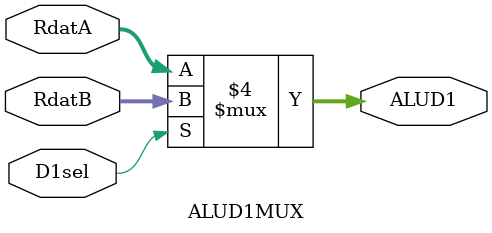
<source format=sv>
module ALUD1MUX(
    input logic D1sel,
    input logic[7:0] RdatA, RdatB,
    output logic [7:0] ALUD1
);
    
    always_comb begin
        if(D1sel==0) ALUD1=RdatA;
        else ALUD1 = RdatB;
    end

endmodule
</source>
